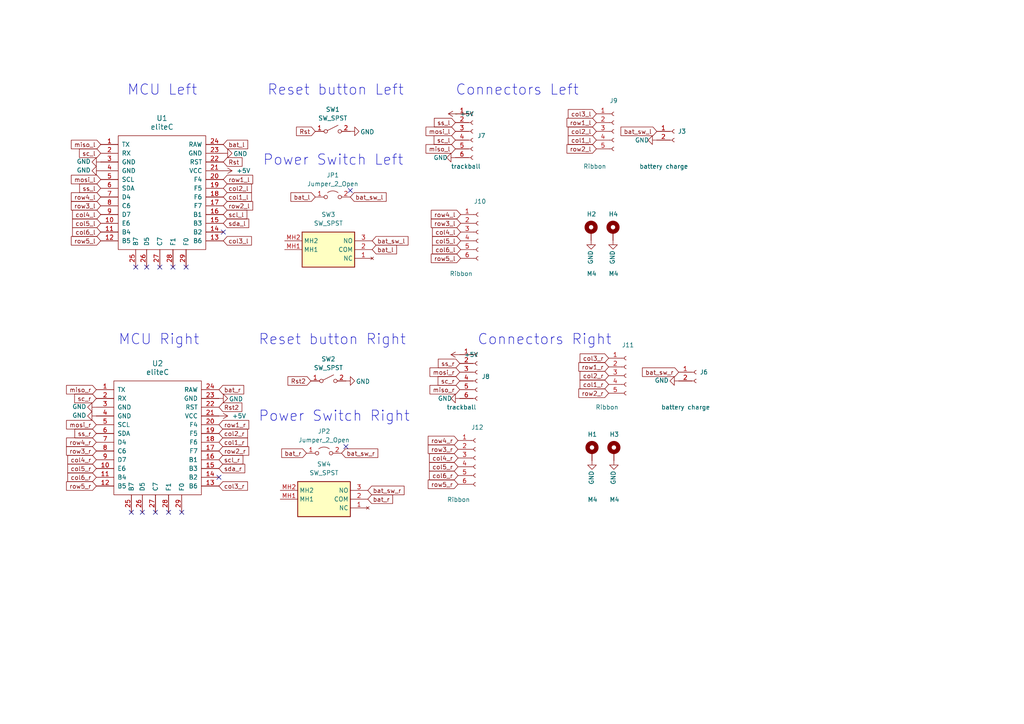
<source format=kicad_sch>
(kicad_sch (version 20230121) (generator eeschema)
  (paper "A4")
  (title_block (title "Elite-C holder") (date "2022-02-13") (rev "2.0") (company "BastardKB x KarlK90") (comment 1 "Licensed under CERN-OHL-W v2"))
  (lib_symbols
    (symbol "200AWMSP2T2A1M6RE:200AWMSP2T2A1M6RE"
      (property "Reference" "S" (at 21.59 7.62 0))
      (property "Value" "200AWMSP2T2A1M6RE" (at 21.59 5.08 0))
      (symbol "200AWMSP2T2A1M6RE_1_1"
        (rectangle (start 5.08 2.54) (end 20.32 -7.62) (stroke (width 0.254)) (fill (type background)))
        (pin no_connect line (at 25.4 -5.08 180) (length 5.08) (name "NC") (number "1"))
        (pin passive line (at 25.4 -2.54 180) (length 5.08) (name "COM") (number "2"))
        (pin passive line (at 25.4 0 180) (length 5.08) (name "NO") (number "3"))
        (pin passive line (at 0 -2.54 0) (length 5.08) (name "MH1") (number "MH1"))
        (pin passive line (at 0 0 0) (length 5.08) (name "MH2") (number "MH2"))
      )
    )
    (symbol "Connector:Conn_01x02_Female" (pin_names (offset 1.016) hide)
      (property "Reference" "J" (at 0 2.54 0))
      (property "Value" "Conn_01x02_Female" (at 0 -5.08 0))
      (symbol "Conn_01x02_Female_1_1"
        (arc (start 0 -2.032) (mid -0.5058 -2.54) (end 0 -3.048) (stroke (width 0.1524)))
        (polyline (pts (xy -1.27 -2.54) (xy -0.508 -2.54)) (stroke (width 0.1524)))
        (polyline (pts (xy -1.27 0) (xy -0.508 0)) (stroke (width 0.1524)))
        (arc (start 0 0.508) (mid -0.5058 0) (end 0 -0.508) (stroke (width 0.1524)))
        (pin passive line (at -5.08 0 0) (length 3.81) (name "Pin_1") (number "1"))
        (pin passive line (at -5.08 -2.54 0) (length 3.81) (name "Pin_2") (number "2"))
      )
    )
    (symbol "Connector:Conn_01x05_Female" (pin_names (offset 1.016) hide)
      (property "Reference" "J" (at 0 7.62 0))
      (property "Value" "Conn_01x05_Female" (at 0 -7.62 0))
      (symbol "Conn_01x05_Female_1_1"
        (arc (start 0 -4.572) (mid -0.5058 -5.08) (end 0 -5.588) (stroke (width 0.1524)))
        (arc (start 0 -2.032) (mid -0.5058 -2.54) (end 0 -3.048) (stroke (width 0.1524)))
        (polyline (pts (xy -1.27 -5.08) (xy -0.508 -5.08)) (stroke (width 0.1524)))
        (polyline (pts (xy -1.27 -2.54) (xy -0.508 -2.54)) (stroke (width 0.1524)))
        (polyline (pts (xy -1.27 0) (xy -0.508 0)) (stroke (width 0.1524)))
        (polyline (pts (xy -1.27 2.54) (xy -0.508 2.54)) (stroke (width 0.1524)))
        (polyline (pts (xy -1.27 5.08) (xy -0.508 5.08)) (stroke (width 0.1524)))
        (arc (start 0 0.508) (mid -0.5058 0) (end 0 -0.508) (stroke (width 0.1524)))
        (arc (start 0 3.048) (mid -0.5058 2.54) (end 0 2.032) (stroke (width 0.1524)))
        (arc (start 0 5.588) (mid -0.5058 5.08) (end 0 4.572) (stroke (width 0.1524)))
        (pin passive line (at -5.08 5.08 0) (length 3.81) (name "Pin_1") (number "1"))
        (pin passive line (at -5.08 2.54 0) (length 3.81) (name "Pin_2") (number "2"))
        (pin passive line (at -5.08 0 0) (length 3.81) (name "Pin_3") (number "3"))
        (pin passive line (at -5.08 -2.54 0) (length 3.81) (name "Pin_4") (number "4"))
        (pin passive line (at -5.08 -5.08 0) (length 3.81) (name "Pin_5") (number "5"))
      )
    )
    (symbol "Connector:Conn_01x06_Female" (pin_names (offset 1.016) hide)
      (property "Reference" "J" (at 0 7.62 0))
      (property "Value" "Conn_01x06_Female" (at 0 -10.16 0))
      (symbol "Conn_01x06_Female_1_1"
        (arc (start 0 -7.112) (mid -0.5058 -7.62) (end 0 -8.128) (stroke (width 0.1524)))
        (arc (start 0 -4.572) (mid -0.5058 -5.08) (end 0 -5.588) (stroke (width 0.1524)))
        (arc (start 0 -2.032) (mid -0.5058 -2.54) (end 0 -3.048) (stroke (width 0.1524)))
        (polyline (pts (xy -1.27 -7.62) (xy -0.508 -7.62)) (stroke (width 0.1524)))
        (polyline (pts (xy -1.27 -5.08) (xy -0.508 -5.08)) (stroke (width 0.1524)))
        (polyline (pts (xy -1.27 -2.54) (xy -0.508 -2.54)) (stroke (width 0.1524)))
        (polyline (pts (xy -1.27 0) (xy -0.508 0)) (stroke (width 0.1524)))
        (polyline (pts (xy -1.27 2.54) (xy -0.508 2.54)) (stroke (width 0.1524)))
        (polyline (pts (xy -1.27 5.08) (xy -0.508 5.08)) (stroke (width 0.1524)))
        (arc (start 0 0.508) (mid -0.5058 0) (end 0 -0.508) (stroke (width 0.1524)))
        (arc (start 0 3.048) (mid -0.5058 2.54) (end 0 2.032) (stroke (width 0.1524)))
        (arc (start 0 5.588) (mid -0.5058 5.08) (end 0 4.572) (stroke (width 0.1524)))
        (pin passive line (at -5.08 5.08 0) (length 3.81) (name "Pin_1") (number "1"))
        (pin passive line (at -5.08 2.54 0) (length 3.81) (name "Pin_2") (number "2"))
        (pin passive line (at -5.08 0 0) (length 3.81) (name "Pin_3") (number "3"))
        (pin passive line (at -5.08 -2.54 0) (length 3.81) (name "Pin_4") (number "4"))
        (pin passive line (at -5.08 -5.08 0) (length 3.81) (name "Pin_5") (number "5"))
        (pin passive line (at -5.08 -7.62 0) (length 3.81) (name "Pin_6") (number "6"))
      )
    )
    (symbol "Jumper:Jumper_2_Open" (pin_names (offset 0) hide)
      (property "Reference" "JP" (at 0 2.794 0))
      (property "Value" "Jumper_2_Open" (at 0 -2.286 0))
      (symbol "Jumper_2_Open_0_0"
        (circle (center -2.032 0) (radius 0.508))
        (circle (center 2.032 0) (radius 0.508))
      )
      (symbol "Jumper_2_Open_0_1"
        (arc (start 1.524 1.27) (mid 0 1.778) (end -1.524 1.27))
      )
      (symbol "Jumper_2_Open_1_1"
        (pin passive line (at -5.08 0 0) (length 2.54) (name "A") (number "1"))
        (pin passive line (at 5.08 0 180) (length 2.54) (name "B") (number "2"))
      )
    )
    (symbol "Mechanical:MountingHole_Pad" (pin_numbers hide) (pin_names (offset 1.016) hide)
      (property "Reference" "H" (at 0 6.35 0))
      (property "Value" "MountingHole_Pad" (at 0 4.445 0))
      (symbol "MountingHole_Pad_0_1"
        (circle (center 0 1.27) (radius 1.27) (stroke (width 1.27)))
      )
      (symbol "MountingHole_Pad_1_1"
        (pin input line (at 0 -2.54 90) (length 2.54) (name "1") (number "1"))
      )
    )
    (symbol "Switch:SW_SPST" (pin_names (offset 0) hide)
      (property "Reference" "SW" (at 0 3.175 0))
      (property "Value" "SW_SPST" (at 0 -2.54 0))
      (symbol "SW_SPST_0_0"
        (circle (center -2.032 0) (radius 0.508))
        (polyline (pts (xy -1.524 0.254) (xy 1.524 1.778)))
        (circle (center 2.032 0) (radius 0.508))
      )
      (symbol "SW_SPST_1_1"
        (pin passive line (at -5.08 0 0) (length 2.54) (name "A") (number "1"))
        (pin passive line (at 5.08 0 180) (length 2.54) (name "B") (number "2"))
      )
    )
    (symbol "elite-C:eliteC" (pin_names (offset 1.016))
      (property "Reference" "U" (at 0 24.13 0))
      (property "Value" "eliteC" (at 0 -13.97 0))
      (symbol "eliteC_0_1"
        (rectangle (start -12.7 21.59) (end 12.7 -11.43))
      )
      (symbol "eliteC_1_1"
        (pin bidirectional line (at -17.78 19.05 0) (length 5.08) (name "TX") (number "1"))
        (pin bidirectional line (at -17.78 -3.81 0) (length 5.08) (name "E6") (number "10"))
        (pin bidirectional line (at -17.78 -6.35 0) (length 5.08) (name "B4") (number "11"))
        (pin bidirectional line (at -17.78 -8.89 0) (length 5.08) (name "B5") (number "12"))
        (pin bidirectional line (at 17.78 -8.89 180) (length 5.08) (name "B6") (number "13"))
        (pin bidirectional line (at 17.78 -6.35 180) (length 5.08) (name "B2") (number "14"))
        (pin bidirectional line (at 17.78 -3.81 180) (length 5.08) (name "B3") (number "15"))
        (pin bidirectional line (at 17.78 -1.27 180) (length 5.08) (name "B1") (number "16"))
        (pin bidirectional line (at 17.78 1.27 180) (length 5.08) (name "F7") (number "17"))
        (pin bidirectional line (at 17.78 3.81 180) (length 5.08) (name "F6") (number "18"))
        (pin bidirectional line (at 17.78 6.35 180) (length 5.08) (name "F5") (number "19"))
        (pin bidirectional line (at -17.78 16.51 0) (length 5.08) (name "RX") (number "2"))
        (pin bidirectional line (at 17.78 8.89 180) (length 5.08) (name "F4") (number "20"))
        (pin power_in line (at 17.78 11.43 180) (length 5.08) (name "VCC") (number "21"))
        (pin input line (at 17.78 13.97 180) (length 5.08) (name "RST") (number "22"))
        (pin power_in line (at 17.78 16.51 180) (length 5.08) (name "GND") (number "23"))
        (pin power_out line (at 17.78 19.05 180) (length 5.08) (name "RAW") (number "24"))
        (pin bidirectional line (at -7.62 -16.51 90) (length 5.08) (name "B7") (number "25"))
        (pin bidirectional line (at -4.445 -16.51 90) (length 5.08) (name "D5") (number "26"))
        (pin bidirectional line (at -0.635 -16.51 90) (length 5.08) (name "C7") (number "27"))
        (pin bidirectional line (at 3.175 -16.51 90) (length 5.08) (name "F1") (number "28"))
        (pin bidirectional line (at 6.985 -16.51 90) (length 5.08) (name "F0") (number "29"))
        (pin power_in line (at -17.78 13.97 0) (length 5.08) (name "GND") (number "3"))
        (pin power_in line (at -17.78 11.43 0) (length 5.08) (name "GND") (number "4"))
        (pin bidirectional line (at -17.78 8.89 0) (length 5.08) (name "SCL") (number "5"))
        (pin bidirectional line (at -17.78 6.35 0) (length 5.08) (name "SDA") (number "6"))
        (pin bidirectional line (at -17.78 3.81 0) (length 5.08) (name "D4") (number "7"))
        (pin bidirectional line (at -17.78 1.27 0) (length 5.08) (name "C6") (number "8"))
        (pin bidirectional line (at -17.78 -1.27 0) (length 5.08) (name "D7") (number "9"))
      )
    )
    (symbol "power:+5V" (power) (pin_names (offset 0))
      (property "Value" "+5V" (at 0 3.556 0))
      (symbol "+5V_0_1"
        (polyline (pts (xy -0.762 1.27) (xy 0 2.54)))
        (polyline (pts (xy 0 0) (xy 0 2.54)))
        (polyline (pts (xy 0 2.54) (xy 0.762 1.27)))
      )
      (symbol "+5V_1_1"
        (pin power_in line (at 0 0 90) (length 0) hide (name "+5V") (number "1"))
      )
    )
    (symbol "power:GND" (power) (pin_names (offset 0))
      (property "Value" "GND" (at 0 -3.81 0))
      (symbol "GND_0_1"
        (polyline (pts (xy 0 0) (xy 0 -1.27) (xy 1.27 -1.27) (xy 0 -2.54) (xy -1.27 -1.27) (xy 0 -1.27)))
      )
      (symbol "GND_1_1"
        (pin power_in line (at 0 0 270) (length 0) hide (name "GND") (number "1"))
      )
    )
  )
  (no_connect (at 63.5 138.43))
  (no_connect (at 100.33 129.54))
  (no_connect (at 45.085 148.59))
  (no_connect (at 50.165 77.47))
  (no_connect (at 101.6 55.245))
  (no_connect (at 52.705 148.59))
  (no_connect (at 53.975 77.47))
  (no_connect (at 42.545 77.47))
  (no_connect (at 38.1 148.59))
  (no_connect (at 48.895 148.59))
  (no_connect (at 64.77 67.31))
  (no_connect (at 41.275 148.59))
  (no_connect (at 46.355 77.47))
  (no_connect (at 39.37 77.47))
  (wire (pts (xy 132.08 33.02) (xy 132.588 33.02)))
  (text "Power Switch Right" (at 74.93 122.555 0) (effects (font (size 3 3)) (justify left bottom)))
  (text "Reset button Left" (at 77.47 27.94 0) (effects (font (size 3 3)) (justify left bottom)))
  (text "Power Switch Left" (at 76.2 48.26 0) (effects (font (size 3 3)) (justify left bottom)))
  (text "Connectors Left" (at 132.08 27.94 0) (effects (font (size 3 3)) (justify left bottom)))
  (text "Reset button Right" (at 74.93 100.33 0) (effects (font (size 3 3)) (justify left bottom)))
  (text "MCU Left" (at 36.83 27.94 0) (effects (font (size 3 3)) (justify left bottom)))
  (text "MCU Right" (at 34.29 100.33 0) (effects (font (size 3 3)) (justify left bottom)))
  (text "Connectors Right" (at 138.43 100.33 0) (effects (font (size 3 3)) (justify left bottom)))
  (global_label "sc_l" (shape input) (at 132.08 40.64 180) (property "Intersheetrefs" "${INTERSHEET_REFS}" (effects hide)))
  (global_label "miso_r" (shape input) (at 133.35 113.03 180) (property "Intersheetrefs" "${INTERSHEET_REFS}" (effects hide)))
  (global_label "col2_r" (shape input) (at 63.5 125.73 0) (property "Intersheetrefs" "${INTERSHEET_REFS}" (effects hide)))
  (global_label "row4_r" (shape input) (at 27.94 128.27 180) (property "Intersheetrefs" "${INTERSHEET_REFS}" (effects hide)))
  (global_label "ss_r" (shape input) (at 27.94 125.73 180) (property "Intersheetrefs" "${INTERSHEET_REFS}" (effects hide)))
  (global_label "col5_l" (shape input) (at 29.21 64.77 180) (property "Intersheetrefs" "${INTERSHEET_REFS}" (effects hide)))
  (global_label "row1_r" (shape input) (at 176.53 106.426 180) (property "Intersheetrefs" "${INTERSHEET_REFS}" (effects hide)))
  (global_label "col6_l" (shape input) (at 133.604 72.39 180) (property "Intersheetrefs" "${INTERSHEET_REFS}" (effects hide)))
  (global_label "bat_sw_r" (shape input) (at 106.68 142.24 0) (property "Intersheetrefs" "${INTERSHEET_REFS}" (effects hide)))
  (global_label "row2_l" (shape input) (at 64.77 59.69 0) (property "Intersheetrefs" "${INTERSHEET_REFS}" (effects hide)))
  (global_label "col1_l" (shape input) (at 64.77 57.15 0) (property "Intersheetrefs" "${INTERSHEET_REFS}" (effects hide)))
  (global_label "col1_r" (shape input) (at 176.53 111.506 180) (property "Intersheetrefs" "${INTERSHEET_REFS}" (effects hide)))
  (global_label "row1_r" (shape input) (at 63.5 123.19 0) (property "Intersheetrefs" "${INTERSHEET_REFS}" (effects hide)))
  (global_label "mosi_r" (shape input) (at 27.94 123.19 180) (property "Intersheetrefs" "${INTERSHEET_REFS}" (effects hide)))
  (global_label "sda_l" (shape input) (at 64.77 64.77 0) (property "Intersheetrefs" "${INTERSHEET_REFS}" (effects hide)))
  (global_label "row3_r" (shape input) (at 27.94 130.81 180) (property "Intersheetrefs" "${INTERSHEET_REFS}" (effects hide)))
  (global_label "col1_l" (shape input) (at 172.974 40.64 180) (property "Intersheetrefs" "${INTERSHEET_REFS}" (effects hide)))
  (global_label "sda_r" (shape input) (at 63.5 135.89 0) (property "Intersheetrefs" "${INTERSHEET_REFS}" (effects hide)))
  (global_label "col4_r" (shape input) (at 27.94 133.35 180) (property "Intersheetrefs" "${INTERSHEET_REFS}" (effects hide)))
  (global_label "row3_l" (shape input) (at 29.21 59.69 180) (property "Intersheetrefs" "${INTERSHEET_REFS}" (effects hide)))
  (global_label "row4_l" (shape input) (at 29.21 57.15 180) (property "Intersheetrefs" "${INTERSHEET_REFS}" (effects hide)))
  (global_label "col6_r" (shape input) (at 27.94 138.43 180) (property "Intersheetrefs" "${INTERSHEET_REFS}" (effects hide)))
  (global_label "col2_l" (shape input) (at 64.77 54.61 0) (property "Intersheetrefs" "${INTERSHEET_REFS}" (effects hide)))
  (global_label "row2_r" (shape input) (at 63.5 130.81 0) (property "Intersheetrefs" "${INTERSHEET_REFS}" (effects hide)))
  (global_label "row3_r" (shape input) (at 132.842 130.302 180) (property "Intersheetrefs" "${INTERSHEET_REFS}" (effects hide)))
  (global_label "Rst2" (shape input) (at 63.5 118.11 0) (property "Intersheetrefs" "${INTERSHEET_REFS}" (effects hide)))
  (global_label "bat_l" (shape input) (at 91.44 57.15 180) (property "Intersheetrefs" "${INTERSHEET_REFS}" (effects hide)))
  (global_label "col5_r" (shape input) (at 27.94 135.89 180) (property "Intersheetrefs" "${INTERSHEET_REFS}" (effects hide)))
  (global_label "row5_l" (shape input) (at 29.21 69.85 180) (property "Intersheetrefs" "${INTERSHEET_REFS}" (effects hide)))
  (global_label "miso_r" (shape input) (at 27.94 113.03 180) (property "Intersheetrefs" "${INTERSHEET_REFS}" (effects hide)))
  (global_label "ss_r" (shape input) (at 133.35 105.41 180) (property "Intersheetrefs" "${INTERSHEET_REFS}" (effects hide)))
  (global_label "row5_l" (shape input) (at 133.604 74.93 180) (property "Intersheetrefs" "${INTERSHEET_REFS}" (effects hide)))
  (global_label "bat_l" (shape input) (at 64.77 41.91 0) (property "Intersheetrefs" "${INTERSHEET_REFS}" (effects hide)))
  (global_label "col5_l" (shape input) (at 133.604 69.85 180) (property "Intersheetrefs" "${INTERSHEET_REFS}" (effects hide)))
  (global_label "row4_r" (shape input) (at 132.842 127.762 180) (property "Intersheetrefs" "${INTERSHEET_REFS}" (effects hide)))
  (global_label "Rst" (shape input) (at 91.44 38.1 180) (property "Intersheetrefs" "${INTERSHEET_REFS}" (effects hide)))
  (global_label "mosi_r" (shape input) (at 133.35 107.95 180) (property "Intersheetrefs" "${INTERSHEET_REFS}" (effects hide)))
  (global_label "bat_r" (shape input) (at 106.68 144.78 0) (property "Intersheetrefs" "${INTERSHEET_REFS}" (effects hide)))
  (global_label "bat_sw_l" (shape input) (at 190.5 38.1 180) (property "Intersheetrefs" "${INTERSHEET_REFS}" (effects hide)))
  (global_label "bat_sw_r" (shape input) (at 99.06 131.445 0) (property "Intersheetrefs" "${INTERSHEET_REFS}" (effects hide)))
  (global_label "row1_l" (shape input) (at 172.974 35.56 180) (property "Intersheetrefs" "${INTERSHEET_REFS}" (effects hide)))
  (global_label "col3_l" (shape input) (at 64.77 69.85 0) (property "Intersheetrefs" "${INTERSHEET_REFS}" (effects hide)))
  (global_label "col3_r" (shape input) (at 176.53 103.886 180) (property "Intersheetrefs" "${INTERSHEET_REFS}" (effects hide)))
  (global_label "bat_sw_l" (shape input) (at 107.95 69.85 0) (property "Intersheetrefs" "${INTERSHEET_REFS}" (effects hide)))
  (global_label "ss_l" (shape input) (at 29.21 54.61 180) (property "Intersheetrefs" "${INTERSHEET_REFS}" (effects hide)))
  (global_label "miso_l" (shape input) (at 29.21 41.91 180) (property "Intersheetrefs" "${INTERSHEET_REFS}" (effects hide)))
  (global_label "row2_l" (shape input) (at 172.974 43.18 180) (property "Intersheetrefs" "${INTERSHEET_REFS}" (effects hide)))
  (global_label "sc_l" (shape input) (at 29.21 44.45 180) (property "Intersheetrefs" "${INTERSHEET_REFS}" (effects hide)))
  (global_label "sc_r" (shape input) (at 133.35 110.49 180) (property "Intersheetrefs" "${INTERSHEET_REFS}" (effects hide)))
  (global_label "col6_l" (shape input) (at 29.21 67.31 180) (property "Intersheetrefs" "${INTERSHEET_REFS}" (effects hide)))
  (global_label "bat_r" (shape input) (at 88.9 131.445 180) (property "Intersheetrefs" "${INTERSHEET_REFS}" (effects hide)))
  (global_label "row3_l" (shape input) (at 133.604 64.77 180) (property "Intersheetrefs" "${INTERSHEET_REFS}" (effects hide)))
  (global_label "ss_l" (shape input) (at 132.08 35.56 180) (property "Intersheetrefs" "${INTERSHEET_REFS}" (effects hide)))
  (global_label "row1_l" (shape input) (at 64.77 52.07 0) (property "Intersheetrefs" "${INTERSHEET_REFS}" (effects hide)))
  (global_label "col3_l" (shape input) (at 172.974 33.02 180) (property "Intersheetrefs" "${INTERSHEET_REFS}" (effects hide)))
  (global_label "row5_r" (shape input) (at 132.842 140.462 180) (property "Intersheetrefs" "${INTERSHEET_REFS}" (effects hide)))
  (global_label "col3_r" (shape input) (at 63.5 140.97 0) (property "Intersheetrefs" "${INTERSHEET_REFS}" (effects hide)))
  (global_label "Rst2" (shape input) (at 90.17 110.49 180) (property "Intersheetrefs" "${INTERSHEET_REFS}" (effects hide)))
  (global_label "bat_r" (shape input) (at 63.5 113.03 0) (property "Intersheetrefs" "${INTERSHEET_REFS}" (effects hide)))
  (global_label "Rst" (shape input) (at 64.77 46.99 0) (property "Intersheetrefs" "${INTERSHEET_REFS}" (effects hide)))
  (global_label "scl_r" (shape input) (at 63.5 133.35 0) (property "Intersheetrefs" "${INTERSHEET_REFS}" (effects hide)))
  (global_label "row2_r" (shape input) (at 176.53 114.046 180) (property "Intersheetrefs" "${INTERSHEET_REFS}" (effects hide)))
  (global_label "row4_l" (shape input) (at 133.604 62.23 180) (property "Intersheetrefs" "${INTERSHEET_REFS}" (effects hide)))
  (global_label "col6_r" (shape input) (at 132.842 137.922 180) (property "Intersheetrefs" "${INTERSHEET_REFS}" (effects hide)))
  (global_label "col1_r" (shape input) (at 63.5 128.27 0) (property "Intersheetrefs" "${INTERSHEET_REFS}" (effects hide)))
  (global_label "row5_r" (shape input) (at 27.94 140.97 180) (property "Intersheetrefs" "${INTERSHEET_REFS}" (effects hide)))
  (global_label "col2_r" (shape input) (at 176.53 108.966 180) (property "Intersheetrefs" "${INTERSHEET_REFS}" (effects hide)))
  (global_label "bat_sw_l" (shape input) (at 101.6 57.15 0) (property "Intersheetrefs" "${INTERSHEET_REFS}" (effects hide)))
  (global_label "mosi_l" (shape input) (at 29.21 52.07 180) (property "Intersheetrefs" "${INTERSHEET_REFS}" (effects hide)))
  (global_label "bat_sw_r" (shape input) (at 196.85 107.95 180) (property "Intersheetrefs" "${INTERSHEET_REFS}" (effects hide)))
  (global_label "sc_r" (shape input) (at 27.94 115.57 180) (property "Intersheetrefs" "${INTERSHEET_REFS}" (effects hide)))
  (global_label "bat_l" (shape input) (at 107.95 72.39 0) (property "Intersheetrefs" "${INTERSHEET_REFS}" (effects hide)))
  (global_label "miso_l" (shape input) (at 132.08 43.18 180) (property "Intersheetrefs" "${INTERSHEET_REFS}" (effects hide)))
  (global_label "col4_r" (shape input) (at 132.842 132.842 180) (property "Intersheetrefs" "${INTERSHEET_REFS}" (effects hide)))
  (global_label "scl_l" (shape input) (at 64.77 62.23 0) (property "Intersheetrefs" "${INTERSHEET_REFS}" (effects hide)))
  (global_label "col5_r" (shape input) (at 132.842 135.382 180) (property "Intersheetrefs" "${INTERSHEET_REFS}" (effects hide)))
  (global_label "col4_l" (shape input) (at 133.604 67.31 180) (property "Intersheetrefs" "${INTERSHEET_REFS}" (effects hide)))
  (global_label "mosi_l" (shape input) (at 132.08 38.1 180) (property "Intersheetrefs" "${INTERSHEET_REFS}" (effects hide)))
  (global_label "col2_l" (shape input) (at 172.974 38.1 180) (property "Intersheetrefs" "${INTERSHEET_REFS}" (effects hide)))
  (global_label "col4_l" (shape input) (at 29.21 62.23 180) (property "Intersheetrefs" "${INTERSHEET_REFS}" (effects hide)))
  (symbol (lib_id "200AWMSP2T2A1M6RE:200AWMSP2T2A1M6RE") (at 81.28 142.24 0) (unit 1)
    (property "Reference" "SW4" (at 93.98 134.62 0))
    (property "Value" "SW_SPST" (at 93.98 137.16 0))
    (property "Footprint" "200AWMSP2T2A1M6RE" (effects hide))
    (property "Datasheet" "http://spec_sheets.e-switch.com/specs/T201210.pdf" (effects hide))
    (property "Height" "5.08" (effects hide))
    (property "Manufacturer_Name" "E-Switch" (effects hide))
    (property "Manufacturer_Part_Number" "200AWMSP2T2A1M6RE" (effects hide))
    (property "Mouser Part Number" "612-200ASP2T2A1M6R" (effects hide))
    (property "Mouser Price/Stock" "https://www.mouser.co.uk/ProductDetail/E-Switch/200AWMSP2T2A1M6RE?qs=01kh3H%252BlXih3qf3GYso8TQ%3D%3D" (effects hide))
  )
  (symbol (lib_id "power:GND") (at 27.94 118.11 270) (unit 1)
    (property "Reference" "#PWR0101" (effects hide))
    (property "Value" "GND" (at 20.9551 117.954 90) (effects (justify left)))
  )
  (symbol (lib_id "Switch:SW_SPST") (at 96.52 38.1 0) (unit 1)
    (property "Reference" "SW1" (at 96.52 31.75 0))
    (property "Value" "SW_SPST" (at 96.52 34.29 0))
    (property "Footprint" "Library:PushSwitch" (effects hide))
  )
  (symbol (lib_id "elite-C:eliteC") (at 46.99 60.96 0) (unit 1)
    (property "Reference" "U1" (at 46.99 34.29 0) (effects (font (size 1.524 1.524))))
    (property "Value" "eliteC" (at 46.99 36.83 0) (effects (font (size 1.524 1.524))))
    (property "Footprint" "Library:Elite-C" (effects hide))
  )
  (symbol (lib_id "power:GND") (at 101.6 38.1 90) (unit 1)
    (property "Reference" "#PWR0120" (effects hide))
    (property "Value" "GND" (at 108.5849 38.256 90) (effects (justify left)))
  )
  (symbol (lib_id "Mechanical:MountingHole_Pad") (at 171.45 67.183 0) (unit 1)
    (property "Reference" "H2" (at 170.18 62.103 0) (effects (justify left)))
    (property "Value" "M4" (at 170.18 79.375 0) (effects (justify left)))
    (property "Footprint" "Library:MountingHole_4mm_Pad_thin" (effects hide))
  )
  (symbol (lib_id "power:+5V") (at 133.35 102.87 90) (unit 1)
    (property "Reference" "#PWR0110" (effects hide))
    (property "Value" "+5V" (at 134.62 102.87 90) (effects (justify right)))
  )
  (symbol (lib_id "Connector:Conn_01x06_Female") (at 138.43 107.95 0) (unit 1)
    (property "Reference" "J8" (at 139.7 109.22 0) (effects (justify left)))
    (property "Value" "trackball" (at 129.54 118.11 0) (effects (justify left)))
    (property "Footprint" "Library:6_PinHeader" (effects hide))
  )
  (symbol (lib_id "elite-C:eliteC") (at 45.72 132.08 0) (unit 1)
    (property "Reference" "U2" (at 45.72 105.41 0) (effects (font (size 1.524 1.524))))
    (property "Value" "eliteC" (at 45.72 107.95 0) (effects (font (size 1.524 1.524))))
    (property "Footprint" "Library:Elite-C" (effects hide))
  )
  (symbol (lib_id "power:GND") (at 100.33 110.49 90) (unit 1)
    (property "Reference" "#PWR0109" (effects hide))
    (property "Value" "GND" (at 107.3149 110.646 90) (effects (justify left)))
  )
  (symbol (lib_id "Connector:Conn_01x02_Female") (at 201.93 107.95 0) (unit 1)
    (property "Reference" "J6" (at 202.946 107.9499 0) (effects (justify left)))
    (property "Value" "battery charge" (at 191.77 118.11 0) (effects (justify left)))
    (property "Footprint" "Connector_JST:JST_PH_B2B-PH-K_1x02_P2.00mm_Vertical" (effects hide))
  )
  (symbol (lib_id "Connector:Conn_01x05_Female") (at 181.61 108.966 0) (unit 1)
    (property "Reference" "J11" (at 180.34 100.076 0) (effects (justify left)))
    (property "Value" "Ribbon" (at 172.72 118.11 0) (effects (justify left)))
    (property "Footprint" "Library:5_PinHeader" (effects hide))
  )
  (symbol (lib_id "power:+5V") (at 132.588 33.02 90) (unit 1)
    (property "Reference" "#PWR0115" (effects hide))
    (property "Value" "+5V" (at 133.35 33.02 90) (effects (justify right)))
  )
  (symbol (lib_id "power:GND") (at 64.77 44.45 90) (unit 1)
    (property "Reference" "#PWR0117" (effects hide))
    (property "Value" "GND" (at 71.7549 44.606 90) (effects (justify left)))
  )
  (symbol (lib_id "power:GND") (at 171.45 69.723 0) (unit 1)
    (property "Reference" "#PWR0129" (effects hide))
    (property "Value" "GND" (at 171.294 76.7079 90) (effects (justify left)))
  )
  (symbol (lib_id "power:GND") (at 190.5 40.64 270) (unit 1)
    (property "Reference" "#PWR0108" (effects hide))
    (property "Value" "GND" (at 184.15 40.64 90) (effects (justify left)))
  )
  (symbol (lib_id "Mechanical:MountingHole_Pad") (at 177.8 67.183 0) (unit 1)
    (property "Reference" "H4" (at 176.53 62.103 0) (effects (justify left)))
    (property "Value" "M4" (at 176.53 79.375 0) (effects (justify left)))
    (property "Footprint" "Library:MountingHole_4mm_Pad_thin" (effects hide))
  )
  (symbol (lib_id "Mechanical:MountingHole_Pad") (at 171.704 131.064 0) (unit 1)
    (property "Reference" "H1" (at 170.434 125.984 0) (effects (justify left)))
    (property "Value" "M4" (at 170.434 144.907 0) (effects (justify left)))
    (property "Footprint" "Library:MountingHole_4mm_Pad_thin" (effects hide))
  )
  (symbol (lib_id "power:GND") (at 63.5 115.57 90) (unit 1)
    (property "Reference" "#PWR0112" (effects hide))
    (property "Value" "GND" (at 70.4849 115.726 90) (effects (justify left)))
  )
  (symbol (lib_id "Connector:Conn_01x02_Female") (at 195.58 38.1 0) (unit 1)
    (property "Reference" "J3" (at 196.596 38.0999 0) (effects (justify left)))
    (property "Value" "battery charge" (at 185.42 48.26 0) (effects (justify left)))
    (property "Footprint" "Connector_JST:JST_PH_B2B-PH-K_1x02_P2.00mm_Vertical" (effects hide))
  )
  (symbol (lib_id "power:GND") (at 27.94 120.65 270) (unit 1)
    (property "Reference" "#PWR0107" (effects hide))
    (property "Value" "GND" (at 20.9551 120.494 90) (effects (justify left)))
  )
  (symbol (lib_id "Connector:Conn_01x06_Female") (at 137.922 132.842 0) (unit 1)
    (property "Reference" "J12" (at 136.652 123.952 0) (effects (justify left)))
    (property "Value" "Ribbon" (at 129.667 144.907 0) (effects (justify left)))
    (property "Footprint" "Library:6_PinHeader" (effects hide))
  )
  (symbol (lib_id "Switch:SW_SPST") (at 95.25 110.49 0) (unit 1)
    (property "Reference" "SW2" (at 95.25 104.14 0))
    (property "Value" "SW_SPST" (at 95.25 106.68 0))
    (property "Footprint" "Library:PushSwitch" (effects hide))
  )
  (symbol (lib_id "power:GND") (at 171.704 133.604 0) (unit 1)
    (property "Reference" "#PWR0134" (effects hide))
    (property "Value" "GND" (at 171.548 140.5889 90) (effects (justify left)))
  )
  (symbol (lib_id "power:GND") (at 133.35 115.57 270) (unit 1)
    (property "Reference" "#PWR0111" (effects hide))
    (property "Value" "GND" (at 127 115.57 90) (effects (justify left)))
  )
  (symbol (lib_id "power:GND") (at 196.85 110.49 270) (unit 1)
    (property "Reference" "#PWR0106" (effects hide))
    (property "Value" "GND" (at 189.8651 110.334 90) (effects (justify left)))
  )
  (symbol (lib_id "Jumper:Jumper_2_Open") (at 93.98 131.445 0) (unit 1)
    (property "Reference" "JP2" (at 93.98 125.095 0))
    (property "Value" "Jumper_2_Open" (at 93.98 127.635 0))
    (property "Footprint" "Library:power_switch_jumper" (effects hide))
  )
  (symbol (lib_id "power:+5V") (at 63.5 120.65 270) (unit 1)
    (property "Reference" "#PWR0113" (effects hide))
    (property "Value" "+5V" (at 67.31 120.6499 90) (effects (justify left)))
  )
  (symbol (lib_id "Mechanical:MountingHole_Pad") (at 178.054 131.064 0) (unit 1)
    (property "Reference" "H3" (at 176.784 125.984 0) (effects (justify left)))
    (property "Value" "M4" (at 176.784 144.907 0) (effects (justify left)))
    (property "Footprint" "Library:MountingHole_4mm_Pad_thin" (effects hide))
  )
  (symbol (lib_id "power:+5V") (at 64.77 49.53 270) (unit 1)
    (property "Reference" "#PWR0116" (effects hide))
    (property "Value" "+5V" (at 68.58 49.5299 90) (effects (justify left)))
  )
  (symbol (lib_id "Connector:Conn_01x05_Female") (at 178.054 38.1 0) (unit 1)
    (property "Reference" "J9" (at 176.784 29.21 0) (effects (justify left)))
    (property "Value" "Ribbon" (at 169.164 48.26 0) (effects (justify left)))
    (property "Footprint" "Library:5_PinHeader" (effects hide))
  )
  (symbol (lib_id "Connector:Conn_01x06_Female") (at 137.16 38.1 0) (unit 1)
    (property "Reference" "J7" (at 138.43 39.37 0) (effects (justify left)))
    (property "Value" "trackball" (at 130.81 48.26 0) (effects (justify left)))
    (property "Footprint" "Library:6_PinHeader" (effects hide))
  )
  (symbol (lib_id "power:GND") (at 177.8 69.723 0) (unit 1)
    (property "Reference" "#PWR0130" (effects hide))
    (property "Value" "GND" (at 177.644 76.7079 90) (effects (justify left)))
  )
  (symbol (lib_id "200AWMSP2T2A1M6RE:200AWMSP2T2A1M6RE") (at 82.55 69.85 0) (unit 1)
    (property "Reference" "SW3" (at 95.25 62.23 0))
    (property "Value" "SW_SPST" (at 95.25 64.77 0))
    (property "Footprint" "200AWMSP2T2A1M6RE" (effects hide))
    (property "Datasheet" "http://spec_sheets.e-switch.com/specs/T201210.pdf" (effects hide))
    (property "Height" "5.08" (effects hide))
    (property "Manufacturer_Name" "E-Switch" (effects hide))
    (property "Manufacturer_Part_Number" "200AWMSP2T2A1M6RE" (effects hide))
    (property "Mouser Part Number" "612-200ASP2T2A1M6R" (effects hide))
    (property "Mouser Price/Stock" "https://www.mouser.co.uk/ProductDetail/E-Switch/200AWMSP2T2A1M6RE?qs=01kh3H%252BlXih3qf3GYso8TQ%3D%3D" (effects hide))
  )
  (symbol (lib_id "power:GND") (at 132.08 45.72 270) (unit 1)
    (property "Reference" "#PWR0114" (effects hide))
    (property "Value" "GND" (at 125.73 45.72 90) (effects (justify left)))
  )
  (symbol (lib_id "Connector:Conn_01x06_Female") (at 138.684 67.31 0) (unit 1)
    (property "Reference" "J10" (at 137.414 58.42 0) (effects (justify left)))
    (property "Value" "Ribbon" (at 130.429 79.375 0) (effects (justify left)))
    (property "Footprint" "Library:6_PinHeader" (effects hide))
  )
  (symbol (lib_id "power:GND") (at 29.21 46.99 270) (unit 1)
    (property "Reference" "#PWR0118" (effects hide))
    (property "Value" "GND" (at 22.2251 46.834 90) (effects (justify left)))
  )
  (symbol (lib_id "Jumper:Jumper_2_Open") (at 96.52 57.15 0) (unit 1)
    (property "Reference" "JP1" (at 96.52 50.8 0))
    (property "Value" "Jumper_2_Open" (at 96.52 53.34 0))
    (property "Footprint" "Library:power_switch_jumper" (effects hide))
  )
  (symbol (lib_id "power:GND") (at 178.054 133.604 0) (unit 1)
    (property "Reference" "#PWR0133" (effects hide))
    (property "Value" "GND" (at 177.898 140.5889 90) (effects (justify left)))
  )
  (symbol (lib_id "power:GND") (at 29.21 49.53 270) (unit 1)
    (property "Reference" "#PWR0119" (effects hide))
    (property "Value" "GND" (at 22.2251 49.374 90) (effects (justify left)))
  )
)
</source>
